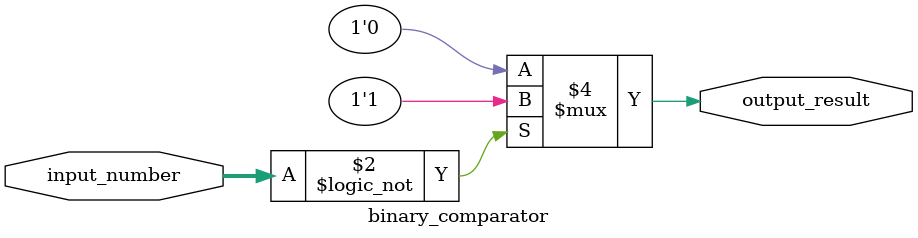
<source format=v>
module binary_comparator (
    input [3:0] input_number,  // 4-bit input number
    output reg output_result   // Output result
);

// Parameter representing binary value 9
parameter binary_9 = 4'b0000;

always @* begin
    if (input_number == binary_9)
        output_result = 1; // If input equals binary 9, output is set to 1
    else
        output_result = 0; // Otherwise, output is set to 0
end

endmodule 
</source>
